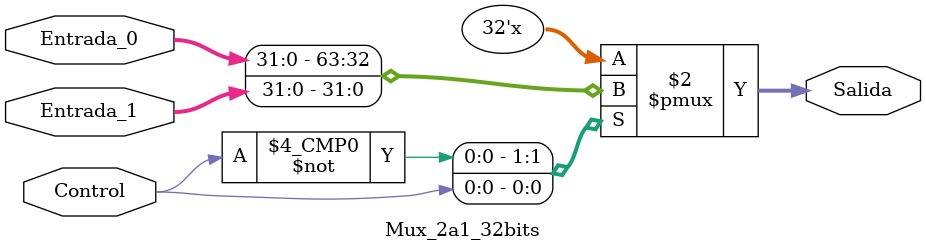
<source format=v>
`timescale 1ns / 1ps

module Mux_2a1_32bits(          //  Tiene como fin el poder elegir entre cualquiera de dos entradas de 32 bits a su salida
    input  Control,             //  Controla cual entrada se muestra a la salida
    input [31:0] Entrada_0,     //  Entrada 0 de 32 bits
    input [31:0] Entrada_1,     //  Entrada 1 de 32 bits
    output reg [31:0] Salida    //  Salida de 32 bits
    );
    
    always @(*)                             //  Siempre que se de un cambio en sus entradas o en el control se actualiza
		case(Control)                       //  Se revisa el valor del control
			1'b0: Salida <= Entrada_0;      //  Si el control esta en 0, se muestra a la salida la entrada 0
			1'b1: Salida <= Entrada_1;      //  Si el control esta en 1, se muestra a la salida la entrada 1
		endcase
endmodule

</source>
